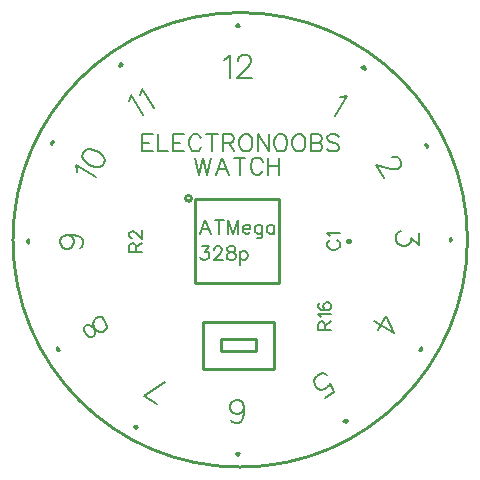
<source format=gto>
G04 ---------------------------- Layer name :TOP SILK LAYER*
G04 EasyEDA v5.6.15, Sun, 19 Aug 2018 09:15:10 GMT*
G04 20d6072df84a40519853f38576b9eb16*
G04 Gerber Generator version 0.2*
G04 Scale: 100 percent, Rotated: No, Reflected: No *
G04 Dimensions in millimeters *
G04 leading zeros omitted , absolute positions ,3 integer and 3 decimal *
%FSLAX33Y33*%
%MOMM*%
G90*
G71D02*

%ADD10C,0.254000*%
%ADD26C,0.406399*%
%ADD27C,0.249999*%
%ADD28C,0.203200*%
%ADD29C,0.150012*%
%ADD30C,0.177800*%

%LPD*%
G54D10*
G01X29870Y38125D02*
G01X30002Y38049D01*
G01X29946Y38257D01*
G01X29870Y38125D01*
G01X29738Y38201D01*
G01X29946Y38257D01*
G54D26*
G01X28663Y23459D02*
G01X28613Y23459D01*
G54D10*
G01X19240Y41671D02*
G01X19392Y41671D01*
G01X19240Y41823D01*
G01X19240Y41671D01*
G01X19088Y41671D01*
G01X19240Y41823D01*
G01X35176Y31549D02*
G01X35252Y31417D01*
G01X35308Y31625D01*
G01X35176Y31549D01*
G01X35100Y31681D01*
G01X35308Y31625D01*
G01X37198Y23622D02*
G01X37198Y23469D01*
G01X37350Y23622D01*
G01X37198Y23622D01*
G01X37198Y23774D01*
G01X37350Y23622D01*
G01X34668Y14353D02*
G01X34592Y14221D01*
G01X34800Y14277D01*
G01X34668Y14353D01*
G01X34744Y14485D01*
G01X34800Y14277D01*
G01X28346Y8285D02*
G01X28214Y8209D01*
G01X28422Y8153D01*
G01X28346Y8285D01*
G01X28478Y8361D01*
G01X28422Y8153D01*
G01X19240Y5501D02*
G01X19088Y5501D01*
G01X19240Y5349D01*
G01X19240Y5501D01*
G01X19392Y5501D01*
G01X19240Y5349D01*
G01X10642Y7777D02*
G01X10510Y7853D01*
G01X10566Y7645D01*
G01X10642Y7777D01*
G01X10774Y7701D01*
G01X10566Y7645D01*
G01X4066Y14353D02*
G01X3990Y14485D01*
G01X3934Y14277D01*
G01X4066Y14353D01*
G01X4142Y14221D01*
G01X3934Y14277D01*
G01X1536Y23459D02*
G01X1536Y23611D01*
G01X1384Y23459D01*
G01X1536Y23459D01*
G01X1536Y23307D01*
G01X1384Y23459D01*
G01X3558Y31803D02*
G01X3634Y31935D01*
G01X3426Y31879D01*
G01X3558Y31803D01*
G01X3482Y31671D01*
G01X3426Y31879D01*
G01X9372Y38379D02*
G01X9504Y38455D01*
G01X9296Y38511D01*
G01X9372Y38379D01*
G01X9240Y38303D01*
G01X9296Y38511D01*
G54D27*
G01X16344Y12663D02*
G01X16344Y16660D01*
G01X22344Y16660D01*
G01X22344Y12663D01*
G01X16344Y12663D01*
G01X16344Y12861D01*
G01X17843Y14161D02*
G01X17843Y15162D01*
G01X20845Y15162D01*
G01X20845Y14161D01*
G01X17843Y14161D01*
G01X17843Y14161D01*
G54D10*
G01X16192Y27015D02*
G01X22796Y27015D01*
G01X22796Y19903D01*
G01X15684Y19903D01*
G01X15684Y27015D01*
G01X16192Y27015D01*
G54D28*
G01X11195Y32499D02*
G01X11195Y31069D01*
G01X11195Y32499D02*
G01X12081Y32499D01*
G01X11195Y31818D02*
G01X11739Y31818D01*
G01X11195Y31069D02*
G01X12081Y31069D01*
G01X12531Y32499D02*
G01X12531Y31069D01*
G01X12531Y31069D02*
G01X13349Y31069D01*
G01X13798Y32499D02*
G01X13798Y31069D01*
G01X13798Y32499D02*
G01X14685Y32499D01*
G01X13798Y31818D02*
G01X14345Y31818D01*
G01X13798Y31069D02*
G01X14685Y31069D01*
G01X16158Y32159D02*
G01X16090Y32296D01*
G01X15952Y32430D01*
G01X15818Y32499D01*
G01X15543Y32499D01*
G01X15409Y32430D01*
G01X15272Y32296D01*
G01X15203Y32159D01*
G01X15134Y31955D01*
G01X15134Y31613D01*
G01X15203Y31409D01*
G01X15272Y31272D01*
G01X15409Y31135D01*
G01X15543Y31069D01*
G01X15818Y31069D01*
G01X15952Y31135D01*
G01X16090Y31272D01*
G01X16158Y31409D01*
G01X17085Y32499D02*
G01X17085Y31069D01*
G01X16608Y32499D02*
G01X17563Y32499D01*
G01X18012Y32499D02*
G01X18012Y31069D01*
G01X18012Y32499D02*
G01X18627Y32499D01*
G01X18830Y32430D01*
G01X18899Y32364D01*
G01X18967Y32227D01*
G01X18967Y32090D01*
G01X18899Y31955D01*
G01X18830Y31887D01*
G01X18627Y31818D01*
G01X18012Y31818D01*
G01X18490Y31818D02*
G01X18967Y31069D01*
G01X19826Y32499D02*
G01X19689Y32430D01*
G01X19554Y32296D01*
G01X19486Y32159D01*
G01X19417Y31955D01*
G01X19417Y31613D01*
G01X19486Y31409D01*
G01X19554Y31272D01*
G01X19689Y31135D01*
G01X19826Y31069D01*
G01X20098Y31069D01*
G01X20235Y31135D01*
G01X20372Y31272D01*
G01X20441Y31409D01*
G01X20507Y31613D01*
G01X20507Y31955D01*
G01X20441Y32159D01*
G01X20372Y32296D01*
G01X20235Y32430D01*
G01X20098Y32499D01*
G01X19826Y32499D01*
G01X20959Y32499D02*
G01X20959Y31069D01*
G01X20959Y32499D02*
G01X21911Y31069D01*
G01X21911Y32499D02*
G01X21911Y31069D01*
G01X22772Y32499D02*
G01X22635Y32430D01*
G01X22498Y32296D01*
G01X22429Y32159D01*
G01X22363Y31955D01*
G01X22363Y31613D01*
G01X22429Y31409D01*
G01X22498Y31272D01*
G01X22635Y31135D01*
G01X22772Y31069D01*
G01X23044Y31069D01*
G01X23181Y31135D01*
G01X23316Y31272D01*
G01X23384Y31409D01*
G01X23453Y31613D01*
G01X23453Y31955D01*
G01X23384Y32159D01*
G01X23316Y32296D01*
G01X23181Y32430D01*
G01X23044Y32499D01*
G01X22772Y32499D01*
G01X24312Y32499D02*
G01X24177Y32430D01*
G01X24040Y32296D01*
G01X23971Y32159D01*
G01X23903Y31955D01*
G01X23903Y31613D01*
G01X23971Y31409D01*
G01X24040Y31272D01*
G01X24177Y31135D01*
G01X24312Y31069D01*
G01X24586Y31069D01*
G01X24720Y31135D01*
G01X24858Y31272D01*
G01X24926Y31409D01*
G01X24995Y31613D01*
G01X24995Y31955D01*
G01X24926Y32159D01*
G01X24858Y32296D01*
G01X24720Y32430D01*
G01X24586Y32499D01*
G01X24312Y32499D01*
G01X25444Y32499D02*
G01X25444Y31069D01*
G01X25444Y32499D02*
G01X26056Y32499D01*
G01X26262Y32430D01*
G01X26331Y32364D01*
G01X26399Y32227D01*
G01X26399Y32090D01*
G01X26331Y31955D01*
G01X26262Y31887D01*
G01X26056Y31818D01*
G01X25444Y31818D02*
G01X26056Y31818D01*
G01X26262Y31750D01*
G01X26331Y31681D01*
G01X26399Y31544D01*
G01X26399Y31341D01*
G01X26331Y31204D01*
G01X26262Y31135D01*
G01X26056Y31069D01*
G01X25444Y31069D01*
G01X27804Y32296D02*
G01X27667Y32430D01*
G01X27461Y32499D01*
G01X27189Y32499D01*
G01X26986Y32430D01*
G01X26849Y32296D01*
G01X26849Y32159D01*
G01X26918Y32022D01*
G01X26986Y31955D01*
G01X27121Y31887D01*
G01X27530Y31750D01*
G01X27667Y31681D01*
G01X27735Y31613D01*
G01X27804Y31478D01*
G01X27804Y31272D01*
G01X27667Y31135D01*
G01X27461Y31069D01*
G01X27189Y31069D01*
G01X26986Y31135D01*
G01X26849Y31272D01*
G01X15615Y30540D02*
G01X15956Y29107D01*
G01X16296Y30540D02*
G01X15956Y29107D01*
G01X16296Y30540D02*
G01X16636Y29107D01*
G01X16977Y30540D02*
G01X16636Y29107D01*
G01X17972Y30540D02*
G01X17429Y29107D01*
G01X17972Y30540D02*
G01X18518Y29107D01*
G01X17632Y29585D02*
G01X18315Y29585D01*
G01X19445Y30540D02*
G01X19445Y29107D01*
G01X18968Y30540D02*
G01X19923Y30540D01*
G01X21396Y30199D02*
G01X21328Y30334D01*
G01X21190Y30471D01*
G01X21056Y30540D01*
G01X20782Y30540D01*
G01X20647Y30471D01*
G01X20510Y30334D01*
G01X20441Y30199D01*
G01X20373Y29994D01*
G01X20373Y29653D01*
G01X20441Y29447D01*
G01X20510Y29313D01*
G01X20647Y29176D01*
G01X20782Y29107D01*
G01X21056Y29107D01*
G01X21190Y29176D01*
G01X21328Y29313D01*
G01X21396Y29447D01*
G01X21846Y30540D02*
G01X21846Y29107D01*
G01X22801Y30540D02*
G01X22801Y29107D01*
G01X21846Y29859D02*
G01X22801Y29859D01*
G01X18144Y38843D02*
G01X18329Y38935D01*
G01X18606Y39211D01*
G01X18606Y37273D01*
G01X19307Y38752D02*
G01X19307Y38843D01*
G01X19401Y39029D01*
G01X19493Y39120D01*
G01X19678Y39211D01*
G01X20046Y39211D01*
G01X20232Y39120D01*
G01X20323Y39029D01*
G01X20417Y38843D01*
G01X20417Y38658D01*
G01X20323Y38472D01*
G01X20138Y38195D01*
G01X19216Y37273D01*
G01X20509Y37273D01*
G01X18718Y8358D02*
G01X18809Y8172D01*
G01X19086Y8081D01*
G01X19272Y8081D01*
G01X19549Y8172D01*
G01X19734Y8452D01*
G01X19825Y8912D01*
G01X19825Y9374D01*
G01X19734Y9745D01*
G01X19549Y9928D01*
G01X19272Y10022D01*
G01X19178Y10022D01*
G01X18901Y9928D01*
G01X18718Y9745D01*
G01X18624Y9468D01*
G01X18624Y9374D01*
G01X18718Y9097D01*
G01X18901Y8912D01*
G01X19178Y8820D01*
G01X19272Y8820D01*
G01X19549Y8912D01*
G01X19734Y9097D01*
G01X19825Y9374D01*
G01X27899Y35661D02*
G01X28106Y35650D01*
G01X28484Y35751D01*
G01X27514Y34071D01*
G01X32320Y30574D02*
G01X32399Y30620D01*
G01X32607Y30632D01*
G01X32732Y30598D01*
G01X32906Y30484D01*
G01X33090Y30166D01*
G01X33101Y29958D01*
G01X33068Y29833D01*
G01X32954Y29659D01*
G01X32796Y29567D01*
G01X32588Y29556D01*
G01X32257Y29576D01*
G01X30994Y29915D01*
G01X31640Y28795D01*
G01X34642Y24156D02*
G01X34642Y23140D01*
G01X33903Y23696D01*
G01X33903Y23419D01*
G01X33811Y23234D01*
G01X33720Y23140D01*
G01X33443Y23049D01*
G01X33258Y23049D01*
G01X32981Y23140D01*
G01X32795Y23325D01*
G01X32704Y23602D01*
G01X32704Y23879D01*
G01X32795Y24156D01*
G01X32887Y24250D01*
G01X33072Y24341D01*
G01X32485Y15713D02*
G01X31825Y17162D01*
G01X31132Y15960D01*
G01X32485Y15713D02*
G01X30804Y16683D01*
G01X26624Y10210D02*
G01X27424Y10672D01*
G01X27088Y11437D01*
G01X27055Y11312D01*
G01X26862Y11093D01*
G01X26620Y10953D01*
G01X26333Y10896D01*
G01X26084Y10963D01*
G01X25864Y11156D01*
G01X25771Y11316D01*
G01X25714Y11603D01*
G01X25780Y11855D01*
G01X25974Y12073D01*
G01X26216Y12212D01*
G01X26501Y12272D01*
G01X26626Y12238D01*
G01X26798Y12123D01*
G01X11344Y10362D02*
G01X13113Y11582D01*
G01X12464Y9716D02*
G01X11344Y10362D01*
G01X6477Y15524D02*
G01X6695Y15330D01*
G01X6903Y15341D01*
G01X7061Y15433D01*
G01X7175Y15607D01*
G01X7165Y15812D01*
G01X7058Y16179D01*
G01X6999Y16464D01*
G01X7067Y16718D01*
G01X7182Y16890D01*
G01X7422Y17028D01*
G01X7628Y17041D01*
G01X7754Y17006D01*
G01X7972Y16812D01*
G01X8156Y16493D01*
G01X8215Y16207D01*
G01X8183Y16080D01*
G01X8068Y15908D01*
G01X7828Y15770D01*
G01X7622Y15756D01*
G01X7369Y15824D01*
G01X7151Y16018D01*
G01X6886Y16294D01*
G01X6714Y16405D01*
G01X6506Y16394D01*
G01X6348Y16302D01*
G01X6234Y16128D01*
G01X6293Y15843D01*
G01X6477Y15524D01*
G01X4859Y24022D02*
G01X5139Y23930D01*
G01X5321Y23745D01*
G01X5415Y23468D01*
G01X5415Y23376D01*
G01X5321Y23100D01*
G01X5139Y22914D01*
G01X4859Y22823D01*
G01X4768Y22823D01*
G01X4491Y22914D01*
G01X4305Y23100D01*
G01X4214Y23376D01*
G01X4214Y23468D01*
G01X4305Y23745D01*
G01X4491Y23930D01*
G01X4859Y24022D01*
G01X5321Y24022D01*
G01X5784Y23930D01*
G01X6061Y23745D01*
G01X6155Y23468D01*
G01X6155Y23282D01*
G01X6061Y23006D01*
G01X5875Y22914D01*
G01X5664Y29303D02*
G01X5678Y29509D01*
G01X5574Y29888D01*
G01X7255Y28918D01*
G01X6156Y30896D02*
G01X6099Y30609D01*
G01X6246Y30310D01*
G01X6600Y30000D01*
G01X6840Y29861D01*
G01X7286Y29709D01*
G01X7619Y29732D01*
G01X7836Y29926D01*
G01X7929Y30086D01*
G01X7988Y30372D01*
G01X7841Y30671D01*
G01X7487Y30981D01*
G01X7247Y31119D01*
G01X6801Y31271D01*
G01X6468Y31249D01*
G01X6248Y31057D01*
G01X6156Y30896D01*
G01X10054Y35293D02*
G01X10168Y35467D01*
G01X10269Y35846D01*
G01X11239Y34165D01*
G01X10982Y35829D02*
G01X11096Y36003D01*
G01X11197Y36381D01*
G01X12167Y34701D01*
G54D29*
G01X16531Y25232D02*
G01X16094Y24086D01*
G01X16531Y25232D02*
G01X16968Y24086D01*
G01X16259Y24467D02*
G01X16803Y24467D01*
G01X17709Y25232D02*
G01X17709Y24086D01*
G01X17326Y25232D02*
G01X18090Y25232D01*
G01X18451Y25232D02*
G01X18451Y24086D01*
G01X18451Y25232D02*
G01X18888Y24086D01*
G01X19322Y25232D02*
G01X18888Y24086D01*
G01X19322Y25232D02*
G01X19322Y24086D01*
G01X19683Y24523D02*
G01X20338Y24523D01*
G01X20338Y24632D01*
G01X20282Y24741D01*
G01X20229Y24795D01*
G01X20120Y24851D01*
G01X19957Y24851D01*
G01X19848Y24795D01*
G01X19739Y24685D01*
G01X19683Y24523D01*
G01X19683Y24414D01*
G01X19739Y24251D01*
G01X19848Y24142D01*
G01X19957Y24086D01*
G01X20120Y24086D01*
G01X20229Y24142D01*
G01X20338Y24251D01*
G01X21352Y24851D02*
G01X21352Y23977D01*
G01X21298Y23814D01*
G01X21243Y23758D01*
G01X21133Y23705D01*
G01X20971Y23705D01*
G01X20862Y23758D01*
G01X21352Y24685D02*
G01X21243Y24795D01*
G01X21133Y24851D01*
G01X20971Y24851D01*
G01X20862Y24795D01*
G01X20752Y24685D01*
G01X20699Y24523D01*
G01X20699Y24414D01*
G01X20752Y24251D01*
G01X20862Y24142D01*
G01X20971Y24086D01*
G01X21133Y24086D01*
G01X21243Y24142D01*
G01X21352Y24251D01*
G01X22368Y24851D02*
G01X22368Y24086D01*
G01X22368Y24685D02*
G01X22259Y24795D01*
G01X22149Y24851D01*
G01X21984Y24851D01*
G01X21875Y24795D01*
G01X21766Y24685D01*
G01X21712Y24523D01*
G01X21712Y24414D01*
G01X21766Y24251D01*
G01X21875Y24142D01*
G01X21984Y24086D01*
G01X22149Y24086D01*
G01X22259Y24142D01*
G01X22368Y24251D01*
G01X16203Y23017D02*
G01X16803Y23017D01*
G01X16475Y22580D01*
G01X16640Y22580D01*
G01X16749Y22524D01*
G01X16803Y22471D01*
G01X16859Y22308D01*
G01X16859Y22199D01*
G01X16803Y22034D01*
G01X16693Y21924D01*
G01X16531Y21871D01*
G01X16368Y21871D01*
G01X16203Y21924D01*
G01X16150Y21980D01*
G01X16094Y22090D01*
G01X17273Y22742D02*
G01X17273Y22798D01*
G01X17326Y22907D01*
G01X17382Y22961D01*
G01X17491Y23017D01*
G01X17709Y23017D01*
G01X17819Y22961D01*
G01X17872Y22907D01*
G01X17928Y22798D01*
G01X17928Y22689D01*
G01X17872Y22580D01*
G01X17763Y22415D01*
G01X17219Y21871D01*
G01X17981Y21871D01*
G01X18614Y23017D02*
G01X18451Y22961D01*
G01X18395Y22852D01*
G01X18395Y22742D01*
G01X18451Y22633D01*
G01X18560Y22580D01*
G01X18779Y22524D01*
G01X18941Y22471D01*
G01X19051Y22361D01*
G01X19106Y22252D01*
G01X19106Y22090D01*
G01X19051Y21980D01*
G01X18997Y21924D01*
G01X18832Y21871D01*
G01X18614Y21871D01*
G01X18451Y21924D01*
G01X18395Y21980D01*
G01X18342Y22090D01*
G01X18342Y22252D01*
G01X18395Y22361D01*
G01X18504Y22471D01*
G01X18670Y22524D01*
G01X18888Y22580D01*
G01X18997Y22633D01*
G01X19051Y22742D01*
G01X19051Y22852D01*
G01X18997Y22961D01*
G01X18832Y23017D01*
G01X18614Y23017D01*
G01X19465Y22633D02*
G01X19465Y21488D01*
G01X19465Y22471D02*
G01X19574Y22580D01*
G01X19683Y22633D01*
G01X19848Y22633D01*
G01X19957Y22580D01*
G01X20064Y22471D01*
G01X20120Y22308D01*
G01X20120Y22199D01*
G01X20064Y22034D01*
G01X19957Y21924D01*
G01X19848Y21871D01*
G01X19683Y21871D01*
G01X19574Y21924D01*
G01X19465Y22034D01*
G54D30*
G01X27119Y23528D02*
G01X27015Y23474D01*
G01X26911Y23370D01*
G01X26860Y23268D01*
G01X26860Y23060D01*
G01X26911Y22956D01*
G01X27015Y22852D01*
G01X27119Y22799D01*
G01X27274Y22748D01*
G01X27533Y22748D01*
G01X27691Y22799D01*
G01X27795Y22852D01*
G01X27899Y22956D01*
G01X27950Y23060D01*
G01X27950Y23268D01*
G01X27899Y23370D01*
G01X27795Y23474D01*
G01X27691Y23528D01*
G01X27066Y23870D02*
G01X27015Y23975D01*
G01X26860Y24130D01*
G01X27950Y24130D01*
G01X10096Y22585D02*
G01X11186Y22585D01*
G01X10096Y22585D02*
G01X10096Y23053D01*
G01X10147Y23207D01*
G01X10198Y23261D01*
G01X10302Y23312D01*
G01X10406Y23312D01*
G01X10510Y23261D01*
G01X10563Y23207D01*
G01X10614Y23053D01*
G01X10614Y22585D01*
G01X10614Y22948D02*
G01X11186Y23312D01*
G01X10355Y23708D02*
G01X10302Y23708D01*
G01X10198Y23759D01*
G01X10147Y23812D01*
G01X10096Y23916D01*
G01X10096Y24122D01*
G01X10147Y24226D01*
G01X10198Y24279D01*
G01X10302Y24330D01*
G01X10406Y24330D01*
G01X10510Y24279D01*
G01X10667Y24175D01*
G01X11186Y23654D01*
G01X11186Y24383D01*
G01X26098Y15938D02*
G01X27188Y15938D01*
G01X26098Y15938D02*
G01X26098Y16405D01*
G01X26149Y16560D01*
G01X26200Y16614D01*
G01X26304Y16664D01*
G01X26408Y16664D01*
G01X26512Y16614D01*
G01X26565Y16560D01*
G01X26616Y16405D01*
G01X26616Y15938D01*
G01X26616Y16301D02*
G01X27188Y16664D01*
G01X26304Y17007D02*
G01X26253Y17111D01*
G01X26098Y17269D01*
G01X27188Y17269D01*
G01X26253Y18234D02*
G01X26149Y18183D01*
G01X26098Y18026D01*
G01X26098Y17922D01*
G01X26149Y17767D01*
G01X26304Y17663D01*
G01X26565Y17612D01*
G01X26824Y17612D01*
G01X27033Y17663D01*
G01X27137Y17767D01*
G01X27188Y17922D01*
G01X27188Y17975D01*
G01X27137Y18130D01*
G01X27033Y18234D01*
G01X26875Y18288D01*
G01X26824Y18288D01*
G01X26670Y18234D01*
G01X26565Y18130D01*
G01X26512Y17975D01*
G01X26512Y17922D01*
G01X26565Y17767D01*
G01X26670Y17663D01*
G01X26824Y17612D01*
G54D10*
G75*
G01X38716Y23580D02*
G03X38716Y23580I-19240J0D01*
G01*
G75*
G01X15354Y27092D02*
G03X15354Y27092I-254J0D01*
G01*
M00*
M02*

</source>
